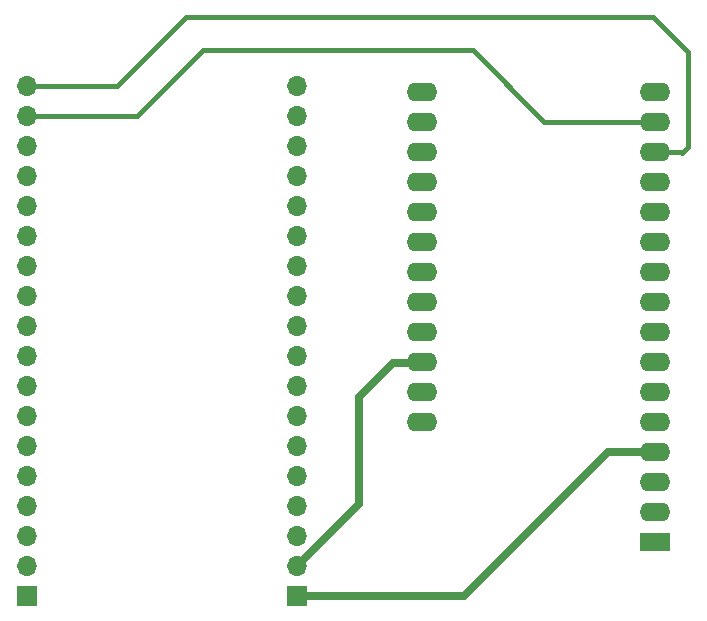
<source format=gbr>
%TF.GenerationSoftware,KiCad,Pcbnew,8.0.6-8.0.6-0~ubuntu24.04.1*%
%TF.CreationDate,2025-03-25T09:48:28-04:00*%
%TF.ProjectId,mesh-base,6d657368-2d62-4617-9365-2e6b69636164,rev?*%
%TF.SameCoordinates,Original*%
%TF.FileFunction,Copper,L2,Bot*%
%TF.FilePolarity,Positive*%
%FSLAX46Y46*%
G04 Gerber Fmt 4.6, Leading zero omitted, Abs format (unit mm)*
G04 Created by KiCad (PCBNEW 8.0.6-8.0.6-0~ubuntu24.04.1) date 2025-03-25 09:48:28*
%MOMM*%
%LPD*%
G01*
G04 APERTURE LIST*
G04 Aperture macros list*
%AMRoundRect*
0 Rectangle with rounded corners*
0 $1 Rounding radius*
0 $2 $3 $4 $5 $6 $7 $8 $9 X,Y pos of 4 corners*
0 Add a 4 corners polygon primitive as box body*
4,1,4,$2,$3,$4,$5,$6,$7,$8,$9,$2,$3,0*
0 Add four circle primitives for the rounded corners*
1,1,$1+$1,$2,$3*
1,1,$1+$1,$4,$5*
1,1,$1+$1,$6,$7*
1,1,$1+$1,$8,$9*
0 Add four rect primitives between the rounded corners*
20,1,$1+$1,$2,$3,$4,$5,0*
20,1,$1+$1,$4,$5,$6,$7,0*
20,1,$1+$1,$6,$7,$8,$9,0*
20,1,$1+$1,$8,$9,$2,$3,0*%
G04 Aperture macros list end*
%TA.AperFunction,ComponentPad*%
%ADD10R,1.700000X1.700000*%
%TD*%
%TA.AperFunction,ComponentPad*%
%ADD11O,1.700000X1.700000*%
%TD*%
%TA.AperFunction,ComponentPad*%
%ADD12O,2.600000X1.600000*%
%TD*%
%TA.AperFunction,ComponentPad*%
%ADD13RoundRect,0.250000X1.050000X0.550000X-1.050000X0.550000X-1.050000X-0.550000X1.050000X-0.550000X0*%
%TD*%
%TA.AperFunction,Conductor*%
%ADD14C,0.700000*%
%TD*%
%TA.AperFunction,Conductor*%
%ADD15C,0.400000*%
%TD*%
G04 APERTURE END LIST*
D10*
%TO.P,J2,1,Pin_1*%
%TO.N,GND*%
X90400000Y-103500000D03*
D11*
%TO.P,J2,2,Pin_2*%
%TO.N,VUSB*%
X90400000Y-100960000D03*
%TO.P,J2,3,Pin_3*%
%TO.N,unconnected-(J2-Pin_3-Pad3)*%
X90400000Y-98420000D03*
%TO.P,J2,4,Pin_4*%
%TO.N,unconnected-(J2-Pin_4-Pad4)*%
X90400000Y-95880000D03*
%TO.P,J2,5,Pin_5*%
%TO.N,unconnected-(J2-Pin_5-Pad5)*%
X90400000Y-93340000D03*
%TO.P,J2,6,Pin_6*%
%TO.N,unconnected-(J2-Pin_6-Pad6)*%
X90400000Y-90800000D03*
%TO.P,J2,7,Pin_7*%
%TO.N,unconnected-(J2-Pin_7-Pad7)*%
X90400000Y-88260000D03*
%TO.P,J2,8,Pin_8*%
%TO.N,unconnected-(J2-Pin_8-Pad8)*%
X90400000Y-85720000D03*
%TO.P,J2,9,Pin_9*%
%TO.N,unconnected-(J2-Pin_9-Pad9)*%
X90400000Y-83180000D03*
%TO.P,J2,10,Pin_10*%
%TO.N,unconnected-(J2-Pin_10-Pad10)*%
X90400000Y-80640000D03*
%TO.P,J2,11,Pin_11*%
%TO.N,unconnected-(J2-Pin_11-Pad11)*%
X90400000Y-78100000D03*
%TO.P,J2,12,Pin_12*%
%TO.N,unconnected-(J2-Pin_12-Pad12)*%
X90400000Y-75560000D03*
%TO.P,J2,13,Pin_13*%
%TO.N,unconnected-(J2-Pin_13-Pad13)*%
X90400000Y-73020000D03*
%TO.P,J2,14,Pin_14*%
%TO.N,unconnected-(J2-Pin_14-Pad14)*%
X90400000Y-70480000D03*
%TO.P,J2,15,Pin_15*%
%TO.N,unconnected-(J2-Pin_15-Pad15)*%
X90400000Y-67940000D03*
%TO.P,J2,16,Pin_16*%
%TO.N,unconnected-(J2-Pin_16-Pad16)*%
X90400000Y-65400000D03*
%TO.P,J2,17,Pin_17*%
%TO.N,unconnected-(J2-Pin_17-Pad17)*%
X90400000Y-62860000D03*
%TO.P,J2,18,Pin_18*%
%TO.N,unconnected-(J2-Pin_18-Pad18)*%
X90400000Y-60320000D03*
%TD*%
D10*
%TO.P,J1,1,Pin_1*%
%TO.N,unconnected-(J1-Pin_1-Pad1)*%
X67500000Y-103540000D03*
D11*
%TO.P,J1,2,Pin_2*%
%TO.N,unconnected-(J1-Pin_2-Pad2)*%
X67500000Y-101000000D03*
%TO.P,J1,3,Pin_3*%
%TO.N,unconnected-(J1-Pin_3-Pad3)*%
X67500000Y-98460000D03*
%TO.P,J1,4,Pin_4*%
%TO.N,unconnected-(J1-Pin_4-Pad4)*%
X67500000Y-95920000D03*
%TO.P,J1,5,Pin_5*%
%TO.N,unconnected-(J1-Pin_5-Pad5)*%
X67500000Y-93380000D03*
%TO.P,J1,6,Pin_6*%
%TO.N,unconnected-(J1-Pin_6-Pad6)*%
X67500000Y-90840000D03*
%TO.P,J1,7,Pin_7*%
%TO.N,unconnected-(J1-Pin_7-Pad7)*%
X67500000Y-88300000D03*
%TO.P,J1,8,Pin_8*%
%TO.N,unconnected-(J1-Pin_8-Pad8)*%
X67500000Y-85760000D03*
%TO.P,J1,9,Pin_9*%
%TO.N,unconnected-(J1-Pin_9-Pad9)*%
X67500000Y-83220000D03*
%TO.P,J1,10,Pin_10*%
%TO.N,unconnected-(J1-Pin_10-Pad10)*%
X67500000Y-80680000D03*
%TO.P,J1,11,Pin_11*%
%TO.N,unconnected-(J1-Pin_11-Pad11)*%
X67500000Y-78140000D03*
%TO.P,J1,12,Pin_12*%
%TO.N,unconnected-(J1-Pin_12-Pad12)*%
X67500000Y-75600000D03*
%TO.P,J1,13,Pin_13*%
%TO.N,unconnected-(J1-Pin_13-Pad13)*%
X67500000Y-73060000D03*
%TO.P,J1,14,Pin_14*%
%TO.N,unconnected-(J1-Pin_14-Pad14)*%
X67500000Y-70520000D03*
%TO.P,J1,15,Pin_15*%
%TO.N,unconnected-(J1-Pin_15-Pad15)*%
X67500000Y-67980000D03*
%TO.P,J1,16,Pin_16*%
%TO.N,unconnected-(J1-Pin_16-Pad16)*%
X67500000Y-65440000D03*
%TO.P,J1,17,Pin_17*%
%TO.N,GPIO6*%
X67500000Y-62900000D03*
%TO.P,J1,18,Pin_18*%
%TO.N,GPIO7*%
X67500000Y-60360000D03*
%TD*%
D12*
%TO.P,A1,28,VBAT*%
%TO.N,unconnected-(A1-VBAT-Pad28)*%
X100970000Y-88780000D03*
%TO.P,A1,27,EN*%
%TO.N,unconnected-(A1-EN-Pad27)*%
X100970000Y-86240000D03*
%TO.P,A1,26,USB*%
%TO.N,VUSB*%
X100970000Y-83700000D03*
%TO.P,A1,25,D6*%
%TO.N,unconnected-(A1-D6-Pad25)*%
X100970000Y-81160000D03*
%TO.P,A1,24,D5*%
%TO.N,unconnected-(A1-D5-Pad24)*%
X100970000Y-78620000D03*
%TO.P,A1,23,D4*%
%TO.N,unconnected-(A1-D4-Pad23)*%
X100970000Y-76080000D03*
%TO.P,A1,22,D3*%
%TO.N,unconnected-(A1-D3-Pad22)*%
X100970000Y-73540000D03*
%TO.P,A1,21,D2*%
%TO.N,unconnected-(A1-D2-Pad21)*%
X100970000Y-71000000D03*
%TO.P,A1,20,D1*%
%TO.N,unconnected-(A1-D1-Pad20)*%
X100970000Y-68460000D03*
%TO.P,A1,19,D0*%
%TO.N,unconnected-(A1-D0-Pad19)*%
X100970000Y-65920000D03*
%TO.P,A1,18,SCL*%
%TO.N,unconnected-(A1-SCL-Pad18)*%
X100970000Y-63380000D03*
%TO.P,A1,17,SDA*%
%TO.N,unconnected-(A1-SDA-Pad17)*%
X100970000Y-60840000D03*
%TO.P,A1,16,SPARE*%
%TO.N,unconnected-(A1-SPARE-Pad16)*%
X120690000Y-60840000D03*
%TO.P,A1,15,TX*%
%TO.N,GPIO6*%
X120690000Y-63380000D03*
%TO.P,A1,14,RX*%
%TO.N,GPIO7*%
X120690000Y-65920000D03*
%TO.P,A1,13,MISO*%
%TO.N,unconnected-(A1-MISO-Pad13)*%
X120690000Y-68460000D03*
%TO.P,A1,12,MOSI*%
%TO.N,unconnected-(A1-MOSI-Pad12)*%
X120690000Y-71000000D03*
%TO.P,A1,11,SCK*%
%TO.N,unconnected-(A1-SCK-Pad11)*%
X120690000Y-73540000D03*
%TO.P,A1,10,A5*%
%TO.N,unconnected-(A1-A5-Pad10)*%
X120690000Y-76080000D03*
%TO.P,A1,9,A4*%
%TO.N,unconnected-(A1-A4-Pad9)*%
X120690000Y-78620000D03*
%TO.P,A1,8,A3*%
%TO.N,unconnected-(A1-A3-Pad8)*%
X120690000Y-81160000D03*
%TO.P,A1,7,A2*%
%TO.N,unconnected-(A1-A2-Pad7)*%
X120690000Y-83700000D03*
%TO.P,A1,6,A1*%
%TO.N,unconnected-(A1-A1-Pad6)*%
X120690000Y-86240000D03*
%TO.P,A1,5,A0*%
%TO.N,unconnected-(A1-A0-Pad5)*%
X120690000Y-88780000D03*
%TO.P,A1,4,GND*%
%TO.N,GND*%
X120690000Y-91320000D03*
%TO.P,A1,3,AREF*%
%TO.N,unconnected-(A1-AREF-Pad3)*%
X120690000Y-93860000D03*
%TO.P,A1,2,3V3*%
%TO.N,unconnected-(A1-3V3-Pad2)*%
X120690000Y-96400000D03*
D13*
%TO.P,A1,1,~{RESET}*%
%TO.N,unconnected-(A1-~{RESET}-Pad1)*%
X120690000Y-98940000D03*
%TD*%
D14*
%TO.N,VUSB*%
X90400000Y-100960000D02*
X95620000Y-95740000D01*
X95620000Y-95740000D02*
X95620000Y-86690000D01*
X95620000Y-86690000D02*
X98490000Y-83820000D01*
X98490000Y-83820000D02*
X100550000Y-83820000D01*
X100550000Y-83820000D02*
X100670000Y-83700000D01*
%TO.N,GND*%
X90400000Y-103500000D02*
X104500000Y-103500000D01*
X104500000Y-103500000D02*
X116680000Y-91320000D01*
X116680000Y-91320000D02*
X120990000Y-91320000D01*
D15*
%TO.N,GPIO6*%
X82210000Y-57490000D02*
X77420000Y-62280000D01*
X77420000Y-62280000D02*
X77100000Y-62600000D01*
X67500000Y-62900000D02*
X76800000Y-62900000D01*
X76800000Y-62900000D02*
X77420000Y-62280000D01*
X111320000Y-63380000D02*
X105230000Y-57290000D01*
X105230000Y-57290000D02*
X82410000Y-57290000D01*
X82410000Y-57290000D02*
X82210000Y-57490000D01*
X120990000Y-63380000D02*
X111320000Y-63380000D01*
%TO.N,GPIO7*%
X122920000Y-65920000D02*
X120990000Y-65920000D01*
X123000000Y-66000000D02*
X122920000Y-65920000D01*
X123500000Y-65500000D02*
X123000000Y-66000000D01*
X120500000Y-54500000D02*
X123500000Y-57500000D01*
X123500000Y-57500000D02*
X123500000Y-65500000D01*
X81000000Y-54500000D02*
X120500000Y-54500000D01*
X75140000Y-60360000D02*
X81000000Y-54500000D01*
X67500000Y-60360000D02*
X75140000Y-60360000D01*
%TD*%
M02*

</source>
